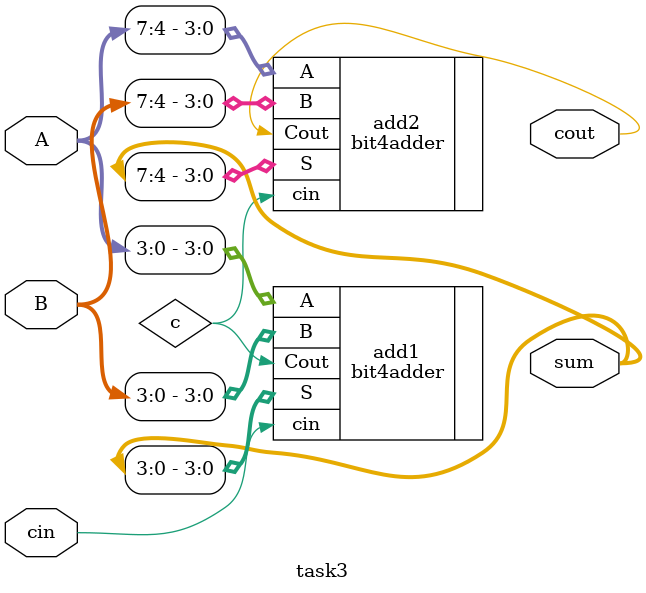
<source format=sv>
`timescale 1ns / 1ps


module task3(
input logic [7:0] A,
input logic [7:0] B,
input logic cin,
output logic [7:0] sum,
output logic cout
    );
    logic c;
    
bit4adder add1(
 .cin(cin),
 .A(A[3:0]),
 .B(B[3:0]),
 .S(sum[3:0]),
 .Cout(c)
    );
    
    bit4adder add2(
 .cin(c),
 .A(A[7:4]),
 .B(B[7:4]),
 .S(sum[7:4]),
 .Cout(cout)
    );

endmodule

</source>
